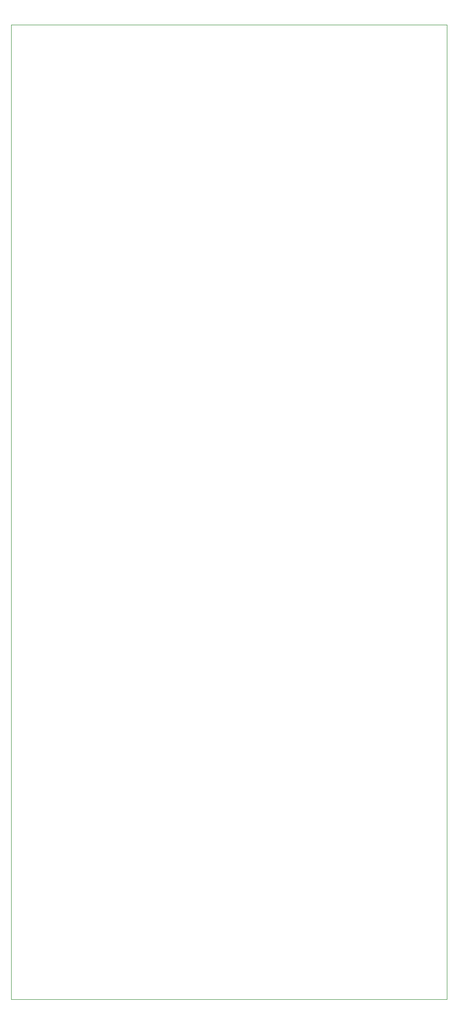
<source format=gbr>
%TF.GenerationSoftware,KiCad,Pcbnew,7.0.1*%
%TF.CreationDate,2024-07-12T18:32:01-07:00*%
%TF.ProjectId,air_foil_pcb,6169725f-666f-4696-9c5f-7063622e6b69,rev?*%
%TF.SameCoordinates,Original*%
%TF.FileFunction,Profile,NP*%
%FSLAX46Y46*%
G04 Gerber Fmt 4.6, Leading zero omitted, Abs format (unit mm)*
G04 Created by KiCad (PCBNEW 7.0.1) date 2024-07-12 18:32:01*
%MOMM*%
%LPD*%
G01*
G04 APERTURE LIST*
%TA.AperFunction,Profile*%
%ADD10C,0.100000*%
%TD*%
G04 APERTURE END LIST*
D10*
X97231200Y-19837400D02*
X21031200Y-19837400D01*
X21031200Y-190017400D01*
X97231200Y-190017400D01*
X97231200Y-19837400D01*
M02*

</source>
